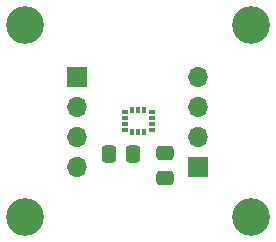
<source format=gbr>
%TF.GenerationSoftware,KiCad,Pcbnew,9.0.2*%
%TF.CreationDate,2025-06-11T13:19:55-07:00*%
%TF.ProjectId,IMU_Breakout,494d555f-4272-4656-916b-6f75742e6b69,0.1*%
%TF.SameCoordinates,Original*%
%TF.FileFunction,Soldermask,Top*%
%TF.FilePolarity,Negative*%
%FSLAX46Y46*%
G04 Gerber Fmt 4.6, Leading zero omitted, Abs format (unit mm)*
G04 Created by KiCad (PCBNEW 9.0.2) date 2025-06-11 13:19:55*
%MOMM*%
%LPD*%
G01*
G04 APERTURE LIST*
G04 Aperture macros list*
%AMRoundRect*
0 Rectangle with rounded corners*
0 $1 Rounding radius*
0 $2 $3 $4 $5 $6 $7 $8 $9 X,Y pos of 4 corners*
0 Add a 4 corners polygon primitive as box body*
4,1,4,$2,$3,$4,$5,$6,$7,$8,$9,$2,$3,0*
0 Add four circle primitives for the rounded corners*
1,1,$1+$1,$2,$3*
1,1,$1+$1,$4,$5*
1,1,$1+$1,$6,$7*
1,1,$1+$1,$8,$9*
0 Add four rect primitives between the rounded corners*
20,1,$1+$1,$2,$3,$4,$5,0*
20,1,$1+$1,$4,$5,$6,$7,0*
20,1,$1+$1,$6,$7,$8,$9,0*
20,1,$1+$1,$8,$9,$2,$3,0*%
G04 Aperture macros list end*
%ADD10RoundRect,0.250000X-0.475000X0.337500X-0.475000X-0.337500X0.475000X-0.337500X0.475000X0.337500X0*%
%ADD11RoundRect,0.250000X-0.337500X-0.475000X0.337500X-0.475000X0.337500X0.475000X-0.337500X0.475000X0*%
%ADD12R,1.700000X1.700000*%
%ADD13O,1.700000X1.700000*%
%ADD14C,3.200000*%
%ADD15R,0.584200X0.304800*%
%ADD16R,0.304800X0.584200*%
G04 APERTURE END LIST*
D10*
%TO.C,C1*%
X232550000Y-127037500D03*
X232550000Y-129112500D03*
%TD*%
D11*
%TO.C,C2*%
X227837500Y-127150000D03*
X229912500Y-127150000D03*
%TD*%
D12*
%TO.C,J2*%
X235400000Y-128175000D03*
D13*
X235400000Y-125635000D03*
X235400000Y-123095000D03*
X235400000Y-120555000D03*
%TD*%
D14*
%TO.C,H2*%
X220775000Y-132475000D03*
%TD*%
%TO.C,H4*%
X239875000Y-116150000D03*
%TD*%
%TO.C,H3*%
X239875000Y-132475000D03*
%TD*%
D12*
%TO.C,J1*%
X225100000Y-120570000D03*
D13*
X225100000Y-123110000D03*
X225100000Y-125650000D03*
X225100000Y-128190000D03*
%TD*%
D15*
%TO.C,U1*%
X229169300Y-123549999D03*
X229169300Y-124050000D03*
X229169300Y-124550000D03*
X229169300Y-125050001D03*
D16*
X229825001Y-125214400D03*
X230325000Y-125214400D03*
X230824999Y-125214400D03*
D15*
X231480700Y-125050001D03*
X231480700Y-124550000D03*
X231480700Y-124050000D03*
X231480700Y-123549999D03*
D16*
X230824999Y-123385600D03*
X230325000Y-123385600D03*
X229825001Y-123385600D03*
%TD*%
D14*
%TO.C,H1*%
X220775000Y-116150000D03*
%TD*%
M02*

</source>
